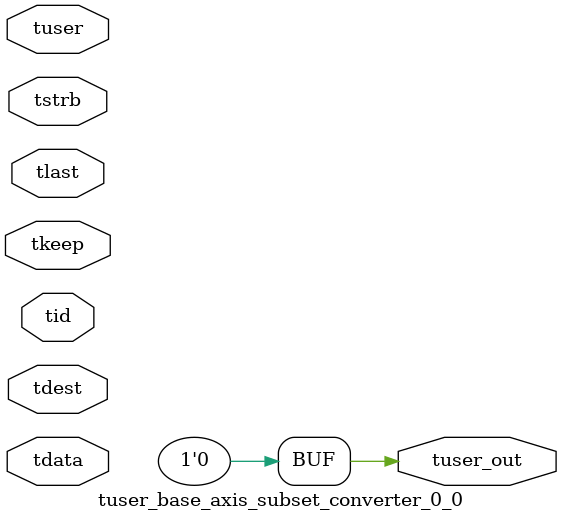
<source format=v>


`timescale 1ps/1ps

module tuser_base_axis_subset_converter_0_0 #
(
parameter C_S_AXIS_TUSER_WIDTH = 1,
parameter C_S_AXIS_TDATA_WIDTH = 32,
parameter C_S_AXIS_TID_WIDTH   = 0,
parameter C_S_AXIS_TDEST_WIDTH = 0,
parameter C_M_AXIS_TUSER_WIDTH = 1
)
(
input  [(C_S_AXIS_TUSER_WIDTH == 0 ? 1 : C_S_AXIS_TUSER_WIDTH)-1:0     ] tuser,
input  [(C_S_AXIS_TDATA_WIDTH == 0 ? 1 : C_S_AXIS_TDATA_WIDTH)-1:0     ] tdata,
input  [(C_S_AXIS_TID_WIDTH   == 0 ? 1 : C_S_AXIS_TID_WIDTH)-1:0       ] tid,
input  [(C_S_AXIS_TDEST_WIDTH == 0 ? 1 : C_S_AXIS_TDEST_WIDTH)-1:0     ] tdest,
input  [(C_S_AXIS_TDATA_WIDTH/8)-1:0 ] tkeep,
input  [(C_S_AXIS_TDATA_WIDTH/8)-1:0 ] tstrb,
input                                                                    tlast,
output [C_M_AXIS_TUSER_WIDTH-1:0] tuser_out
);

assign tuser_out = {1'b0};

endmodule


</source>
